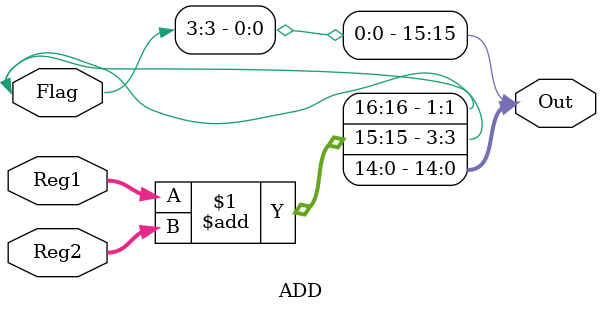
<source format=v>
module ADD (Reg1, Reg2, Out, Flag);

input [15:0] Reg1, Reg2;
input [3:0] Flag; //N,Z,C,V

output [15:0] Out;

assign {Flag[1], Out} = Reg1 + Reg2;

assign Flag[0] = (Reg2[15]!=Out[15])&&(Reg1[15]!=Out[15]);
//(Reg1[15]^Reg2[15])^~Out[15];
//(({Flag[1],Out[15]} == 2'b01)|| ({Flag[1],Out[15]} == 2'b10));




assign Flag[2] = (Out == 0);

assign Flag[3] = (Out[15] == 1'b1);

endmodule

</source>
